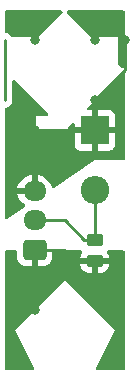
<source format=gbr>
%TF.GenerationSoftware,KiCad,Pcbnew,7.0.10*%
%TF.CreationDate,2024-02-21T10:43:39-05:00*%
%TF.ProjectId,Light_Sensor,4c696768-745f-4536-956e-736f722e6b69,rev?*%
%TF.SameCoordinates,Original*%
%TF.FileFunction,Copper,L1,Top*%
%TF.FilePolarity,Positive*%
%FSLAX46Y46*%
G04 Gerber Fmt 4.6, Leading zero omitted, Abs format (unit mm)*
G04 Created by KiCad (PCBNEW 7.0.10) date 2024-02-21 10:43:39*
%MOMM*%
%LPD*%
G01*
G04 APERTURE LIST*
G04 Aperture macros list*
%AMRoundRect*
0 Rectangle with rounded corners*
0 $1 Rounding radius*
0 $2 $3 $4 $5 $6 $7 $8 $9 X,Y pos of 4 corners*
0 Add a 4 corners polygon primitive as box body*
4,1,4,$2,$3,$4,$5,$6,$7,$8,$9,$2,$3,0*
0 Add four circle primitives for the rounded corners*
1,1,$1+$1,$2,$3*
1,1,$1+$1,$4,$5*
1,1,$1+$1,$6,$7*
1,1,$1+$1,$8,$9*
0 Add four rect primitives between the rounded corners*
20,1,$1+$1,$2,$3,$4,$5,0*
20,1,$1+$1,$4,$5,$6,$7,0*
20,1,$1+$1,$6,$7,$8,$9,0*
20,1,$1+$1,$8,$9,$2,$3,0*%
G04 Aperture macros list end*
%TA.AperFunction,ComponentPad*%
%ADD10R,2.400000X2.400000*%
%TD*%
%TA.AperFunction,ComponentPad*%
%ADD11O,2.400000X2.400000*%
%TD*%
%TA.AperFunction,ComponentPad*%
%ADD12RoundRect,0.250000X0.725000X-0.600000X0.725000X0.600000X-0.725000X0.600000X-0.725000X-0.600000X0*%
%TD*%
%TA.AperFunction,ComponentPad*%
%ADD13O,1.950000X1.700000*%
%TD*%
%TA.AperFunction,SMDPad,CuDef*%
%ADD14RoundRect,0.250000X-0.450000X0.262500X-0.450000X-0.262500X0.450000X-0.262500X0.450000X0.262500X0*%
%TD*%
%TA.AperFunction,ViaPad*%
%ADD15C,0.800000*%
%TD*%
%TA.AperFunction,Conductor*%
%ADD16C,0.250000*%
%TD*%
G04 APERTURE END LIST*
D10*
%TO.P,D1,1,K*%
%TO.N,VCC*%
X149860000Y-78740000D03*
D11*
%TO.P,D1,2,A*%
%TO.N,Net-(D1-A)*%
X149860000Y-83820000D03*
%TD*%
D12*
%TO.P,J2,1,Pin_1*%
%TO.N,GND*%
X144780000Y-88860000D03*
D13*
%TO.P,J2,2,Pin_2*%
%TO.N,Net-(D1-A)*%
X144780000Y-86360000D03*
%TO.P,J2,3,Pin_3*%
%TO.N,VCC*%
X144780000Y-83860000D03*
%TD*%
D14*
%TO.P,R1,1*%
%TO.N,Net-(D1-A)*%
X149860000Y-87987500D03*
%TO.P,R1,2*%
%TO.N,GND*%
X149860000Y-89812500D03*
%TD*%
D15*
%TO.N,GND*%
X149860000Y-91440000D03*
X144780000Y-91440000D03*
X144780000Y-93980000D03*
%TO.N,VCC*%
X149860000Y-76200000D03*
X144780000Y-71120000D03*
X152400000Y-71120000D03*
X149860000Y-71120000D03*
X144780000Y-78740000D03*
%TD*%
D16*
%TO.N,VCC*%
X152400000Y-73660000D02*
X152400000Y-71120000D01*
%TO.N,*%
X142240000Y-71120000D02*
X142240000Y-76200000D01*
%TO.N,GND*%
X149860000Y-89812500D02*
X149860000Y-91440000D01*
X144780000Y-91440000D02*
X144780000Y-93980000D01*
X144780000Y-88860000D02*
X144780000Y-91440000D01*
%TO.N,VCC*%
X149860000Y-76200000D02*
X152400000Y-73660000D01*
X149860000Y-78740000D02*
X149860000Y-76200000D01*
X144780000Y-83860000D02*
X144780000Y-78740000D01*
X144780000Y-78740000D02*
X149860000Y-78740000D01*
%TO.N,Net-(D1-A)*%
X149860000Y-83820000D02*
X149860000Y-87987500D01*
X149860000Y-87987500D02*
X148947500Y-87987500D01*
X147320000Y-86360000D02*
X144780000Y-86360000D01*
X148947500Y-87987500D02*
X147320000Y-86360000D01*
%TO.N,GND*%
X147280000Y-88860000D02*
X144780000Y-88860000D01*
X149860000Y-89812500D02*
X148232500Y-89812500D01*
X148232500Y-89812500D02*
X147280000Y-88860000D01*
%TD*%
%TA.AperFunction,Conductor*%
%TO.N,VCC*%
G36*
X147087177Y-68600185D02*
G01*
X147132932Y-68652989D01*
X147142876Y-68722147D01*
X147113851Y-68785703D01*
X147107819Y-68792181D01*
X145096290Y-70803710D01*
X145034967Y-70837195D01*
X145008609Y-70840029D01*
X142872930Y-70840029D01*
X142805891Y-70820344D01*
X142772614Y-70788917D01*
X142699594Y-70688413D01*
X142577823Y-70587676D01*
X142577821Y-70587674D01*
X142434828Y-70520387D01*
X142434826Y-70520386D01*
X142341264Y-70502538D01*
X142279101Y-70470640D01*
X142244051Y-70410197D01*
X142240500Y-70380734D01*
X142240500Y-68704500D01*
X142260185Y-68637461D01*
X142312989Y-68591706D01*
X142364500Y-68580500D01*
X147020138Y-68580500D01*
X147087177Y-68600185D01*
G37*
%TD.AperFunction*%
%TD*%
%TA.AperFunction,Conductor*%
%TO.N,VCC*%
G36*
X152342539Y-68600185D02*
G01*
X152388294Y-68652989D01*
X152399500Y-68704500D01*
X152399500Y-73360138D01*
X152379815Y-73427177D01*
X152327011Y-73472932D01*
X152257853Y-73482876D01*
X152194297Y-73453851D01*
X152187819Y-73447819D01*
X151835056Y-73095056D01*
X151801571Y-73033733D01*
X151798737Y-73007375D01*
X151798737Y-70840029D01*
X149631391Y-70840029D01*
X149564352Y-70820344D01*
X149543710Y-70803710D01*
X147532181Y-68792181D01*
X147498696Y-68730858D01*
X147503680Y-68661166D01*
X147545552Y-68605233D01*
X147611016Y-68580816D01*
X147619862Y-68580500D01*
X152275500Y-68580500D01*
X152342539Y-68600185D01*
G37*
%TD.AperFunction*%
%TD*%
%TA.AperFunction,Conductor*%
%TO.N,VCC*%
G36*
X143070703Y-74491149D02*
G01*
X143077181Y-74497181D01*
X145897855Y-77317855D01*
X145931340Y-77379178D01*
X145926356Y-77448870D01*
X145884484Y-77504803D01*
X145819020Y-77529220D01*
X145810174Y-77529536D01*
X144893638Y-77529536D01*
X144893638Y-78690103D01*
X147218741Y-78690103D01*
X147285780Y-78709788D01*
X147306422Y-78726422D01*
X147320000Y-78740000D01*
X148160000Y-79580000D01*
X148160000Y-79987844D01*
X148166401Y-80047372D01*
X148166403Y-80047379D01*
X148216645Y-80182086D01*
X148216649Y-80182093D01*
X148302809Y-80297187D01*
X148302812Y-80297190D01*
X148417906Y-80383350D01*
X148417913Y-80383354D01*
X148552620Y-80433596D01*
X148552627Y-80433598D01*
X148612155Y-80439999D01*
X148612172Y-80440000D01*
X149020000Y-80440000D01*
X149860000Y-81280000D01*
X149859999Y-81280000D01*
X146399062Y-83587291D01*
X146332363Y-83608099D01*
X146265002Y-83589544D01*
X146218366Y-83537516D01*
X146210504Y-83516210D01*
X146178433Y-83396516D01*
X146178429Y-83396507D01*
X146078600Y-83182422D01*
X146078599Y-83182420D01*
X145943113Y-82988926D01*
X145943108Y-82988920D01*
X145776079Y-82821891D01*
X145776073Y-82821886D01*
X145582579Y-82686400D01*
X145582577Y-82686399D01*
X145368492Y-82586570D01*
X145368483Y-82586566D01*
X145140326Y-82525432D01*
X145140316Y-82525430D01*
X145030000Y-82515778D01*
X145030000Y-83451981D01*
X144915199Y-83399554D01*
X144813975Y-83385000D01*
X144746025Y-83385000D01*
X144644801Y-83399554D01*
X144530000Y-83451981D01*
X144530000Y-82515778D01*
X144419683Y-82525430D01*
X144419673Y-82525432D01*
X144191516Y-82586566D01*
X144191507Y-82586570D01*
X143977422Y-82686399D01*
X143977420Y-82686400D01*
X143783926Y-82821886D01*
X143783920Y-82821891D01*
X143616894Y-82988917D01*
X143481399Y-83182421D01*
X143381570Y-83396507D01*
X143381567Y-83396513D01*
X143324364Y-83609999D01*
X143324364Y-83610000D01*
X144376031Y-83610000D01*
X144343481Y-83660649D01*
X144305000Y-83791705D01*
X144305000Y-83928295D01*
X144343481Y-84059351D01*
X144376031Y-84110000D01*
X143324364Y-84110000D01*
X143381567Y-84323486D01*
X143381570Y-84323492D01*
X143481399Y-84537577D01*
X143481400Y-84537579D01*
X143616886Y-84731073D01*
X143616891Y-84731079D01*
X143783920Y-84898108D01*
X143783926Y-84898113D01*
X143941031Y-85008119D01*
X143984656Y-85062696D01*
X143991850Y-85132194D01*
X143960327Y-85194549D01*
X143941032Y-85211269D01*
X143783593Y-85321508D01*
X143763989Y-85341112D01*
X143745095Y-85356601D01*
X142433283Y-86231143D01*
X142366584Y-86251951D01*
X142299223Y-86233396D01*
X142252587Y-86181369D01*
X142240500Y-86127969D01*
X142240500Y-76943149D01*
X142260185Y-76876110D01*
X142312989Y-76830355D01*
X142350509Y-76820949D01*
X142350474Y-76820766D01*
X142353686Y-76820153D01*
X142356717Y-76819393D01*
X142358138Y-76819304D01*
X142508441Y-76770467D01*
X142641877Y-76685786D01*
X142750062Y-76570582D01*
X142826197Y-76432092D01*
X142865500Y-76279019D01*
X142865500Y-74584862D01*
X142885185Y-74517823D01*
X142937989Y-74472068D01*
X143007147Y-74462124D01*
X143070703Y-74491149D01*
G37*
%TD.AperFunction*%
%TD*%
%TA.AperFunction,Conductor*%
%TO.N,VCC*%
G36*
X152318834Y-73843680D02*
G01*
X152374767Y-73885552D01*
X152399184Y-73951016D01*
X152399500Y-73959862D01*
X152399500Y-81156000D01*
X152379815Y-81223039D01*
X152327011Y-81268794D01*
X152275500Y-81280000D01*
X149860000Y-81280000D01*
X149020000Y-80440000D01*
X149610000Y-80440000D01*
X149610000Y-79285881D01*
X149703369Y-79324556D01*
X149820677Y-79340000D01*
X149899323Y-79340000D01*
X150016631Y-79324556D01*
X150110000Y-79285881D01*
X150110000Y-80440000D01*
X151107828Y-80440000D01*
X151107844Y-80439999D01*
X151167372Y-80433598D01*
X151167379Y-80433596D01*
X151302086Y-80383354D01*
X151302093Y-80383350D01*
X151417187Y-80297190D01*
X151417190Y-80297187D01*
X151503350Y-80182093D01*
X151503354Y-80182086D01*
X151553596Y-80047379D01*
X151553598Y-80047372D01*
X151559999Y-79987844D01*
X151560000Y-79987827D01*
X151560000Y-78990000D01*
X150405882Y-78990000D01*
X150444556Y-78896631D01*
X150465177Y-78740000D01*
X150444556Y-78583369D01*
X150405882Y-78490000D01*
X151560000Y-78490000D01*
X151560000Y-77492172D01*
X151559999Y-77492155D01*
X151553598Y-77432627D01*
X151553596Y-77432620D01*
X151503354Y-77297913D01*
X151503350Y-77297906D01*
X151417190Y-77182812D01*
X151417187Y-77182809D01*
X151302093Y-77096649D01*
X151302086Y-77096645D01*
X151167379Y-77046403D01*
X151167372Y-77046401D01*
X151107844Y-77040000D01*
X150110000Y-77040000D01*
X150110000Y-78194118D01*
X150016631Y-78155444D01*
X149899323Y-78140000D01*
X149820677Y-78140000D01*
X149703369Y-78155444D01*
X149610000Y-78194118D01*
X149610000Y-77040000D01*
X149319362Y-77040000D01*
X149252323Y-77020315D01*
X149206568Y-76967511D01*
X149196624Y-76898353D01*
X149225649Y-76834797D01*
X149231681Y-76828319D01*
X152187819Y-73872181D01*
X152249142Y-73838696D01*
X152318834Y-73843680D01*
G37*
%TD.AperFunction*%
%TA.AperFunction,Conductor*%
G36*
X148079334Y-78083180D02*
G01*
X148135267Y-78125052D01*
X148159684Y-78190516D01*
X148160000Y-78199362D01*
X148160000Y-78490000D01*
X149314118Y-78490000D01*
X149275444Y-78583369D01*
X149254823Y-78740000D01*
X149275444Y-78896631D01*
X149314118Y-78990000D01*
X148160000Y-78990000D01*
X148160000Y-79580000D01*
X147320000Y-78740000D01*
X147333578Y-78726422D01*
X147394901Y-78692937D01*
X147421259Y-78690103D01*
X147625359Y-78690103D01*
X147625359Y-78486003D01*
X147645044Y-78418964D01*
X147661678Y-78398322D01*
X147948319Y-78111681D01*
X148009642Y-78078196D01*
X148079334Y-78083180D01*
G37*
%TD.AperFunction*%
%TD*%
%TA.AperFunction,Conductor*%
%TO.N,GND*%
G36*
X152399500Y-96519500D02*
G01*
X152399500Y-98935500D01*
X152379815Y-99002539D01*
X152327011Y-99048294D01*
X152275500Y-99059500D01*
X150060886Y-99059500D01*
X149993847Y-99039815D01*
X149948092Y-98987011D01*
X149938148Y-98917853D01*
X149949977Y-98880046D01*
X151553333Y-95673333D01*
X152399500Y-96519500D01*
G37*
%TD.AperFunction*%
%TD*%
%TA.AperFunction,Conductor*%
%TO.N,GND*%
G36*
X148774594Y-88919685D02*
G01*
X148820349Y-88972489D01*
X148830293Y-89041647D01*
X148813094Y-89089097D01*
X148725643Y-89230875D01*
X148725641Y-89230880D01*
X148670494Y-89397302D01*
X148670493Y-89397309D01*
X148660000Y-89500013D01*
X148660000Y-89562500D01*
X151059999Y-89562500D01*
X151059999Y-89500028D01*
X151059998Y-89500013D01*
X151049505Y-89397302D01*
X150994358Y-89230880D01*
X150994356Y-89230875D01*
X150906906Y-89089097D01*
X150888466Y-89021705D01*
X150909388Y-88955041D01*
X150963030Y-88910271D01*
X151012445Y-88900000D01*
X152275500Y-88900000D01*
X152342539Y-88919685D01*
X152388294Y-88972489D01*
X152399500Y-89024000D01*
X152399500Y-93979750D01*
X147320001Y-91440000D01*
X147320000Y-91440000D01*
X147320000Y-90062500D01*
X148660001Y-90062500D01*
X148660001Y-90124986D01*
X148670494Y-90227697D01*
X148725641Y-90394119D01*
X148725643Y-90394124D01*
X148817684Y-90543345D01*
X148941654Y-90667315D01*
X149090875Y-90759356D01*
X149090880Y-90759358D01*
X149257302Y-90814505D01*
X149257309Y-90814506D01*
X149360019Y-90824999D01*
X149609999Y-90824999D01*
X149610000Y-90824998D01*
X149610000Y-90062500D01*
X150110000Y-90062500D01*
X150110000Y-90824999D01*
X150359972Y-90824999D01*
X150359986Y-90824998D01*
X150462697Y-90814505D01*
X150629119Y-90759358D01*
X150629124Y-90759356D01*
X150778345Y-90667315D01*
X150902315Y-90543345D01*
X150994356Y-90394124D01*
X150994358Y-90394119D01*
X151049505Y-90227697D01*
X151049506Y-90227690D01*
X151059999Y-90124986D01*
X151060000Y-90124973D01*
X151060000Y-90062500D01*
X150110000Y-90062500D01*
X149610000Y-90062500D01*
X148660001Y-90062500D01*
X147320000Y-90062500D01*
X147320000Y-88900000D01*
X148707555Y-88900000D01*
X148774594Y-88919685D01*
G37*
%TD.AperFunction*%
%TD*%
%TA.AperFunction,Conductor*%
%TO.N,GND*%
G36*
X143248040Y-88919685D02*
G01*
X143293795Y-88972489D01*
X143305001Y-89024000D01*
X143305001Y-89509986D01*
X143315494Y-89612697D01*
X143370641Y-89779119D01*
X143370643Y-89779124D01*
X143462684Y-89928345D01*
X143586654Y-90052315D01*
X143735875Y-90144356D01*
X143735880Y-90144358D01*
X143902302Y-90199505D01*
X143902309Y-90199506D01*
X144005019Y-90209999D01*
X144529999Y-90209999D01*
X144530000Y-90209998D01*
X144530000Y-89268018D01*
X144644801Y-89320446D01*
X144746025Y-89335000D01*
X144813975Y-89335000D01*
X144915199Y-89320446D01*
X145030000Y-89268018D01*
X145030000Y-90209999D01*
X145554972Y-90209999D01*
X145554986Y-90209998D01*
X145657697Y-90199505D01*
X145824119Y-90144358D01*
X145824124Y-90144356D01*
X145973345Y-90052315D01*
X146097315Y-89928345D01*
X146189356Y-89779124D01*
X146189358Y-89779119D01*
X146244505Y-89612697D01*
X146244506Y-89612690D01*
X146254999Y-89509986D01*
X146255000Y-89509973D01*
X146255000Y-89024000D01*
X146274685Y-88956961D01*
X146327489Y-88911206D01*
X146379000Y-88900000D01*
X147320000Y-88900000D01*
X147320000Y-91440000D01*
X143086665Y-95673332D01*
X143086666Y-95673333D01*
X142240500Y-96519499D01*
X142240500Y-89024000D01*
X142260185Y-88956961D01*
X142312989Y-88911206D01*
X142364500Y-88900000D01*
X143181001Y-88900000D01*
X143248040Y-88919685D01*
G37*
%TD.AperFunction*%
%TD*%
%TA.AperFunction,Conductor*%
%TO.N,GND*%
G36*
X152399500Y-93979750D02*
G01*
X152399500Y-96519500D01*
X151553332Y-95673332D01*
X151553332Y-95673331D01*
X147320000Y-91440000D01*
X152399500Y-93979750D01*
G37*
%TD.AperFunction*%
%TD*%
%TA.AperFunction,Conductor*%
%TO.N,GND*%
G36*
X144690023Y-98880046D02*
G01*
X144702398Y-98948811D01*
X144675630Y-99013350D01*
X144618220Y-99053172D01*
X144579114Y-99059500D01*
X142364500Y-99059500D01*
X142297461Y-99039815D01*
X142251706Y-98987011D01*
X142240500Y-98935500D01*
X142240500Y-96519500D01*
X143086666Y-95673333D01*
X144690023Y-98880046D01*
G37*
%TD.AperFunction*%
%TD*%
M02*

</source>
